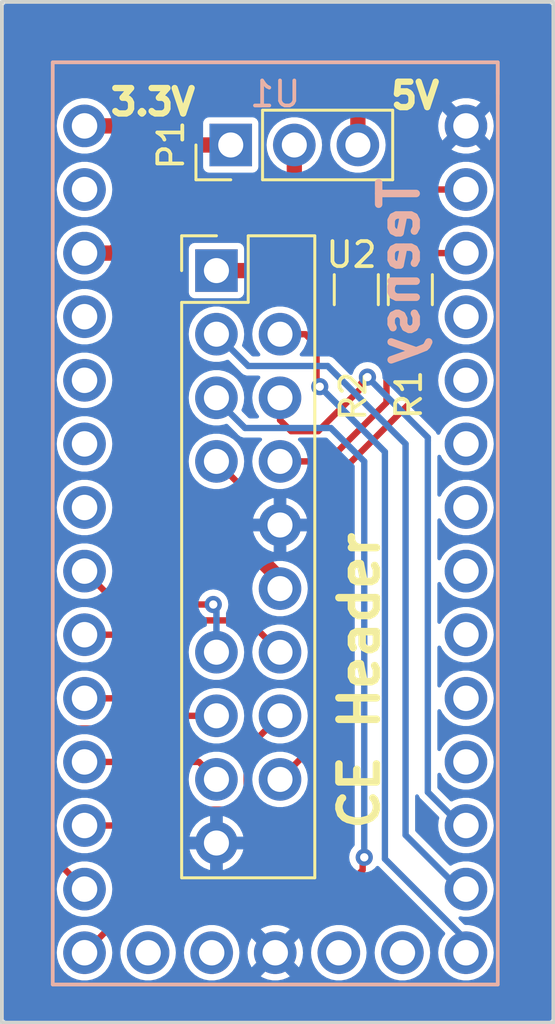
<source format=kicad_pcb>
(kicad_pcb (version 20221018) (generator pcbnew)
  (layers (0 "F.Cu" signal) (31 "B.Cu" signal) (34 "B.Paste" user) (35 "F.Paste" user) (36 "B.SilkS" user "B.Silkscreen") (37 "F.SilkS" user "F.Silkscreen") (38 "B.Mask" user) (39 "F.Mask" user) (44 "Edge.Cuts" user))
  (net 0 "")
  (net 1 "/3.3V")
  (net 2 "Net-(P1-Pad2)")
  (net 3 "/5V")
  (net 4 "/DEVICE_RX")
  (net 5 "/TEENSY_TX")
  (net 6 "/TEENSY_RX")
  (net 7 "/DEVICE_TX")
  (net 8 "Net-(U1-Pad2)")
  (net 9 "Net-(U1-Pad3)")
  (net 10 "Net-(U1-Pad4)")
  (net 11 "Net-(U1-Pad5)")
  (net 12 "Net-(U1-Pad6)")
  (net 13 "Net-(U1-Pad7)")
  (net 14 "Net-(U1-Pad8)")
  (net 15 "Net-(U1-Pad9)")
  (net 16 "/SPI_CS")
  (net 17 "/SPI_MOSI")
  (net 18 "/SPI_MISO")
  (net 19 "/SPI_CLK")
  (net 20 "/AIO0")
  (net 21 "/AIO1")
  (net 22 "/AIO2")
  (net 23 "/AIO3")
  (net 24 "/I2C_SDAT")
  (net 25 "/I2C_SCLK")
  (net 26 "Net-(U1-Pad20)")
  (net 27 "Net-(U1-Pad21)")
  (net 28 "Net-(U1-Pad22)")
  (net 29 "Net-(U1-Pad23)")
  (net 30 "Net-(U1-Pad25)")
  (net 31 "/GND")
  (net 32 "Net-(U1-Pad28)")
  (net 33 "Net-(U1-Pad29)")
  (net 34 "Net-(U1-Pad31)")
  (net 35 "Net-(U1-Pad32)")
  (footprint "Pin_Headers:Pin_Header_Straight_1x03_Pitch2.54mm" (layer "F.Cu") (at 147.5105 94.1705 90)
    (fp_text reference "P1" (at 0 -2.39 90) (layer "F.SilkS"))
    (fp_text value "CONN_01X03")
    (fp_line (start -1.39 -1.39) (end 0 -1.39) (stroke (width 0.12)) (layer "F.SilkS"))
    (fp_line (start -1.39 0) (end -1.39 -1.39) (stroke (width 0.12)) (layer "F.SilkS"))
    (fp_line (start -1.39 1.27) (end -1.39 6.47) (stroke (width 0.12)) (layer "F.SilkS"))
    (fp_line (start -1.39 6.47) (end 1.39 6.47) (stroke (width 0.12)) (layer "F.SilkS"))
    (fp_line (start 1.39 1.27) (end -1.39 1.27) (stroke (width 0.12)) (layer "F.SilkS"))
    (fp_line (start 1.39 6.47) (end 1.39 1.27) (stroke (width 0.12)) (layer "F.SilkS"))
    (pad "1" thru_hole rect (at 0 0 90) (size 1.7 1.7) (drill 1) (layers "*.Cu" "*.Mask") (net 1 "/3.3V"))
    (pad "2" thru_hole oval (at 0 2.54 90) (size 1.7 1.7) (drill 1) (layers "*.Cu" "*.Mask") (net 2 "Net-(P1-Pad2)"))
    (pad "3" thru_hole oval (at 0 5.08 90) (size 1.7 1.7) (drill 1) (layers "*.Cu" "*.Mask") (net 3 "/5V"))
  )
  (footprint "Resistors_SMD:R_0805_HandSoldering" (layer "F.Cu") (at 154.686 99.949 90)
    (fp_text reference "R1" (at -4.191 -0.0635 90) (layer "F.SilkS"))
    (fp_text value "0")
    (fp_line (start -0.6 -0.88) (end 0.6 -0.88) (stroke (width 0.12)) (layer "F.SilkS"))
    (fp_line (start 0.6 0.88) (end -0.6 0.88) (stroke (width 0.12)) (layer "F.SilkS"))
    (pad "1" smd rect (at -1.35 0 90) (size 1.5 1.3) (layers "F.Cu" "F.Paste" "F.Mask") (net 4 "/DEVICE_RX"))
    (pad "2" smd rect (at 1.35 0 90) (size 1.5 1.3) (layers "F.Cu" "F.Paste" "F.Mask") (net 5 "/TEENSY_TX"))
  )
  (footprint "Resistors_SMD:R_0805_HandSoldering" (layer "F.Cu") (at 152.527 99.949 -90)
    (fp_text reference "R2" (at 4.2545 0.127 270) (layer "F.SilkS"))
    (fp_text value "0")
    (fp_line (start -0.6 -0.88) (end 0.6 -0.88) (stroke (width 0.12)) (layer "F.SilkS"))
    (fp_line (start 0.6 0.88) (end -0.6 0.88) (stroke (width 0.12)) (layer "F.SilkS"))
    (pad "1" smd rect (at -1.35 0 270) (size 1.5 1.3) (layers "F.Cu" "F.Paste" "F.Mask") (net 6 "/TEENSY_RX"))
    (pad "2" smd rect (at 1.35 0 270) (size 1.5 1.3) (layers "F.Cu" "F.Paste" "F.Mask") (net 7 "/DEVICE_TX"))
  )
  (footprint "TeensyConverter:CE_Header" (layer "F.Cu") (at 146.939 99.187)
    (fp_text reference "U2" (at 5.3975 -0.635) (layer "F.SilkS"))
    (fp_text value "CE_HEADER")
    (fp_line (start -1.39 -1.39) (end 0 -1.39) (stroke (width 0.12)) (layer "F.SilkS"))
    (fp_line (start -1.39 0) (end -1.39 -1.39) (stroke (width 0.12)) (layer "F.SilkS"))
    (fp_line (start -1.39 1.27) (end -1.39 24.25) (stroke (width 0.12)) (layer "F.SilkS"))
    (fp_line (start -1.39 24.25) (end 3.93 24.25) (stroke (width 0.12)) (layer "F.SilkS"))
    (fp_line (start 1.27 -1.39) (end 1.27 1.27) (stroke (width 0.12)) (layer "F.SilkS"))
    (fp_line (start 1.27 1.27) (end -1.39 1.27) (stroke (width 0.12)) (layer "F.SilkS"))
    (fp_line (start 3.93 -1.39) (end 1.27 -1.39) (stroke (width 0.12)) (layer "F.SilkS"))
    (fp_line (start 3.93 24.25) (end 3.93 -1.39) (stroke (width 0.12)) (layer "F.SilkS"))
    (pad "1" thru_hole rect (at 0 0) (size 1.7 1.7) (drill 1) (layers "*.Cu" "*.Mask") (net 2 "Net-(P1-Pad2)"))
    (pad "3" thru_hole oval (at 0 2.54) (size 1.7 1.7) (drill 1) (layers "*.Cu" "*.Mask") (net 17 "/SPI_MOSI"))
    (pad "4" thru_hole oval (at 2.54 2.54) (size 1.7 1.7) (drill 1) (layers "*.Cu" "*.Mask") (net 18 "/SPI_MISO"))
    (pad "5" thru_hole oval (at 0 5.08) (size 1.7 1.7) (drill 1) (layers "*.Cu" "*.Mask") (net 19 "/SPI_CLK"))
    (pad "6" thru_hole oval (at 2.54 5.08) (size 1.7 1.7) (drill 1) (layers "*.Cu" "*.Mask") (net 16 "/SPI_CS"))
    (pad "7" thru_hole oval (at 0 7.62) (size 1.7 1.7) (drill 1) (layers "*.Cu" "*.Mask") (net 4 "/DEVICE_RX"))
    (pad "8" thru_hole oval (at 2.54 7.62) (size 1.7 1.7) (drill 1) (layers "*.Cu" "*.Mask") (net 7 "/DEVICE_TX"))
    (pad "10" thru_hole oval (at 2.54 10.16) (size 1.7 1.7) (drill 1) (layers "*.Cu" "*.Mask") (net 31 "/GND"))
    (pad "12" thru_hole oval (at 2.54 12.7) (size 1.7 1.7) (drill 1) (layers "*.Cu" "*.Mask") (net 1 "/3.3V"))
    (pad "13" thru_hole oval (at 0 15.24) (size 1.7 1.7) (drill 1) (layers "*.Cu" "*.Mask") (net 25 "/I2C_SCLK"))
    (pad "14" thru_hole oval (at 2.54 15.24) (size 1.7 1.7) (drill 1) (layers "*.Cu" "*.Mask") (net 24 "/I2C_SDAT"))
    (pad "15" thru_hole oval (at 0 17.78) (size 1.7 1.7) (drill 1) (layers "*.Cu" "*.Mask") (net 20 "/AIO0"))
    (pad "16" thru_hole oval (at 2.54 17.78) (size 1.7 1.7) (drill 1) (layers "*.Cu" "*.Mask") (net 21 "/AIO1"))
    (pad "17" thru_hole oval (at 0 20.32) (size 1.7 1.7) (drill 1) (layers "*.Cu" "*.Mask") (net 22 "/AIO2"))
    (pad "18" thru_hole oval (at 2.54 20.32) (size 1.7 1.7) (drill 1) (layers "*.Cu" "*.Mask") (net 23 "/AIO3"))
    (pad "19" thru_hole oval (at 0 22.86) (size 1.7 1.7) (drill 1) (layers "*.Cu" "*.Mask") (net 31 "/GND"))
  )
  (footprint "TeensyConverter:Teensy-32" (layer "B.Cu") (at 149.2885 108.6485 180)
    (fp_text reference "U1" (at 0 16.51 180) (layer "B.SilkS") (effects (justify mirror)))
    (fp_text value "Teensy-3.2")
    (fp_line (start -8.89 -19.05) (end 8.89 -19.05) (stroke (width 0.15)) (layer "B.SilkS"))
    (fp_line (start -8.89 17.78) (end -8.89 -19.05) (stroke (width 0.15)) (layer "B.SilkS"))
    (fp_line (start -8.89 17.78) (end -8.89 16.51) (stroke (width 0.15)) (layer "B.SilkS"))
    (fp_line (start 8.89 -19.05) (end 8.89 17.78) (stroke (width 0.15)) (layer "B.SilkS"))
    (fp_line (start 8.89 17.78) (end -8.89 17.78) (stroke (width 0.15)) (layer "B.SilkS"))
    (pad "0" thru_hole circle (at -7.62 12.7 180) (size 1.7018 1.7018) (drill 1.016) (layers "*.Cu" "*.Mask") (net 6 "/TEENSY_RX"))
    (pad "1" thru_hole circle (at -7.62 10.16 180) (size 1.7018 1.7018) (drill 1.016) (layers "*.Cu" "*.Mask") (net 5 "/TEENSY_TX"))
    (pad "2" thru_hole circle (at -7.62 7.62 180) (size 1.7018 1.7018) (drill 1.016) (layers "*.Cu" "*.Mask") (net 8 "Net-(U1-Pad2)"))
    (pad "3" thru_hole circle (at -7.62 5.08 180) (size 1.7018 1.7018) (drill 1.016) (layers "*.Cu" "*.Mask") (net 9 "Net-(U1-Pad3)"))
    (pad "4" thru_hole circle (at -7.62 2.54 180) (size 1.7018 1.7018) (drill 1.016) (layers "*.Cu" "*.Mask") (net 10 "Net-(U1-Pad4)"))
    (pad "5" thru_hole circle (at -7.62 0 180) (size 1.7018 1.7018) (drill 1.016) (layers "*.Cu" "*.Mask") (net 11 "Net-(U1-Pad5)"))
    (pad "6" thru_hole circle (at -7.62 -2.54 180) (size 1.7018 1.7018) (drill 1.016) (layers "*.Cu" "*.Mask") (net 12 "Net-(U1-Pad6)"))
    (pad "7" thru_hole circle (at -7.62 -5.08 180) (size 1.7018 1.7018) (drill 1.016) (layers "*.Cu" "*.Mask") (net 13 "Net-(U1-Pad7)"))
    (pad "8" thru_hole circle (at -7.62 -7.62 180) (size 1.7018 1.7018) (drill 1.016) (layers "*.Cu" "*.Mask") (net 14 "Net-(U1-Pad8)"))
    (pad "9" thru_hole circle (at -7.62 -10.16 180) (size 1.7018 1.7018) (drill 1.016) (layers "*.Cu" "*.Mask") (net 15 "Net-(U1-Pad9)"))
    (pad "10" thru_hole circle (at -7.62 -12.7 180) (size 1.7018 1.7018) (drill 1.016) (layers "*.Cu" "*.Mask") (net 16 "/SPI_CS"))
    (pad "11" thru_hole circle (at -7.62 -15.24 180) (size 1.7018 1.7018) (drill 1.016) (layers "*.Cu" "*.Mask") (net 17 "/SPI_MOSI"))
    (pad "12" thru_hole circle (at -7.62 -17.78 180) (size 1.7018 1.7018) (drill 1.016) (layers "*.Cu" "*.Mask") (net 18 "/SPI_MISO"))
    (pad "13" thru_hole circle (at 7.62 -17.78 180) (size 1.7018 1.7018) (drill 1.016) (layers "*.Cu" "*.Mask") (net 19 "/SPI_CLK"))
    (pad "14" thru_hole circle (at 7.62 -15.24 180) (size 1.7018 1.7018) (drill 1.016) (layers "*.Cu" "*.Mask") (net 20 "/AIO0"))
    (pad "15" thru_hole circle (at 7.62 -12.7 180) (size 1.7018 1.7018) (drill 1.016) (layers "*.Cu" "*.Mask") (net 21 "/AIO1"))
    (pad "16" thru_hole circle (at 7.62 -10.16 180) (size 1.7018 1.7018) (drill 1.016) (layers "*.Cu" "*.Mask") (net 22 "/AIO2"))
    (pad "17" thru_hole circle (at 7.62 -7.62 180) (size 1.7018 1.7018) (drill 1.016) (layers "*.Cu" "*.Mask") (net 23 "/AIO3"))
    (pad "18" thru_hole circle (at 7.62 -5.08 180) (size 1.7018 1.7018) (drill 1.016) (layers "*.Cu" "*.Mask") (net 24 "/I2C_SDAT"))
    (pad "19" thru_hole circle (at 7.62 -2.54 180) (size 1.7018 1.7018) (drill 1.016) (layers "*.Cu" "*.Mask") (net 25 "/I2C_SCLK"))
    (pad "20" thru_hole circle (at 7.62 0 180) (size 1.7018 1.7018) (drill 1.016) (layers "*.Cu" "*.Mask") (net 26 "Net-(U1-Pad20)"))
    (pad "21" thru_hole circle (at 7.62 2.54 180) (size 1.7018 1.7018) (drill 1.016) (layers "*.Cu" "*.Mask") (net 27 "Net-(U1-Pad21)"))
    (pad "22" thru_hole circle (at 7.62 5.08 180) (size 1.7018 1.7018) (drill 1.016) (layers "*.Cu" "*.Mask") (net 28 "Net-(U1-Pad22)"))
    (pad "23" thru_hole circle (at 7.62 7.62 180) (size 1.7018 1.7018) (drill 1.016) (layers "*.Cu" "*.Mask") (net 29 "Net-(U1-Pad23)"))
    (pad "24" thru_hole circle (at 7.62 10.16 180) (size 1.7018 1.7018) (drill 1.016) (layers "*.Cu" "*.Mask") (net 1 "/3.3V"))
    (pad "25" thru_hole circle (at 7.62 12.7 180) (size 1.7018 1.7018) (drill 1.016) (layers "*.Cu" "*.Mask") (net 30 "Net-(U1-Pad25)"))
    (pad "26" thru_hole circle (at 7.62 15.24 180) (size 1.7018 1.7018) (drill 1.016) (layers "*.Cu" "*.Mask") (net 3 "/5V"))
    (pad "27" thru_hole circle (at -7.62 15.24 180) (size 1.7018 1.7018) (drill 1.016) (layers "*.Cu" "*.Mask") (net 31 "/GND"))
    (pad "28" thru_hole circle (at -5.08 -17.78 180) (size 1.7018 1.7018) (drill 1.016) (layers "*.Cu" "*.Mask") (net 32 "Net-(U1-Pad28)"))
    (pad "29" thru_hole circle (at -2.54 -17.78 180) (size 1.7018 1.7018) (drill 1.016) (layers "*.Cu" "*.Mask") (net 33 "Net-(U1-Pad29)"))
    (pad "30" thru_hole circle (at 0 -17.78 180) (size 1.7018 1.7018) (drill 1.016) (layers "*.Cu" "*.Mask") (net 31 "/GND"))
    (pad "31" thru_hole circle (at 2.54 -17.78 180) (size 1.7018 1.7018) (drill 1.016) (layers "*.Cu" "*.Mask") (net 34 "Net-(U1-Pad31)"))
    (pad "32" thru_hole circle (at 5.08 -17.78 180) (size 1.7018 1.7018) (drill 1.016) (layers "*.Cu" "*.Mask") (net 35 "Net-(U1-Pad32)"))
  )
  (gr_line (start 138.3665 89.154) (end 138.3665 129.2225) (stroke (width 0.15)) (layer "Edge.Cuts"))
  (gr_line (start 160.401 88.4555) (end 138.3665 88.4555) (stroke (width 0.15)) (layer "Edge.Cuts"))
  (gr_line (start 138.3665 129.2225) (end 160.401 129.2225) (stroke (width 0.15)) (layer "Edge.Cuts"))
  (gr_line (start 160.401 129.2225) (end 160.401 88.4555) (stroke (width 0.15)) (layer "Edge.Cuts"))
  (gr_line (start 138.3665 88.4555) (end 138.3665 89.4715) (stroke (width 0.15)) (layer "Edge.Cuts"))
  (gr_text "Teensy" (at 154.2415 99.2505 90) (layer "B.SilkS") (effects (font (size 1.5 1.5) (thickness 0.3)) (justify mirror)))
  (gr_text "3.3V" (at 144.399 92.456) (layer "F.SilkS") (effects (font (size 1.016 1.016) (thickness 0.254))))
  (gr_text "5V" (at 154.8765 92.202) (layer "F.SilkS") (effects (font (size 1.016 1.016) (thickness 0.254))))
  (gr_text "CE Header" (at 152.654 115.57 90) (layer "F.SilkS") (effects (font (size 1.5 1.5) (thickness 0.3))))
  (segment (start 145.3515 94.1705) (end 143.51 96.012) (width 0.6096) (layer "F.Cu") (net 1))
  (segment (start 143.51 96.012) (end 143.51 97.79) (width 0.6096) (layer "F.Cu") (net 1))
  (segment (start 143.51 97.79) (end 142.8115 98.4885) (width 0.6096) (layer "F.Cu") (net 1))
  (segment (start 142.8115 98.4885) (end 141.6685 98.4885) (width 0.6096) (layer "F.Cu") (net 1))
  (segment (start 149.479 111.506) (end 146.812 108.839) (width 0.6096) (layer "F.Cu") (net 1))
  (segment (start 146.812 108.839) (end 145.669 108.839) (width 0.6096) (layer "F.Cu") (net 1))
  (segment (start 145.669 108.839) (end 143.51 106.68) (width 0.6096) (layer "F.Cu") (net 1))
  (segment (start 143.51 106.68) (end 143.51 97.79) (width 0.6096) (layer "F.Cu") (net 1))
  (segment (start 149.479 111.887) (end 149.479 111.506) (width 0.6096) (layer "F.Cu") (net 1))
  (segment (start 147.5105 94.1705) (end 145.3515 94.1705) (width 0.6096) (layer "F.Cu") (net 1))
  (segment (start 150.0505 97.4725) (end 148.336 99.187) (width 0.6096) (layer "F.Cu") (net 2))
  (segment (start 148.336 99.187) (end 146.939 99.187) (width 0.6096) (layer "F.Cu") (net 2))
  (segment (start 150.0505 94.1705) (end 150.0505 97.4725) (width 0.6096) (layer "F.Cu") (net 2))
  (segment (start 143.129 93.4085) (end 144.3355 92.202) (width 0.6096) (layer "F.Cu") (net 3))
  (segment (start 144.3355 92.202) (end 151.8285 92.202) (width 0.6096) (layer "F.Cu") (net 3))
  (segment (start 151.8285 92.202) (end 152.5905 92.964) (width 0.6096) (layer "F.Cu") (net 3))
  (segment (start 152.5905 92.964) (end 152.5905 94.1705) (width 0.6096) (layer "F.Cu") (net 3))
  (segment (start 141.6685 93.4085) (end 143.129 93.4085) (width 0.6096) (layer "F.Cu") (net 3))
  (segment (start 154.686 104.4575) (end 151.003 108.1405) (width 0.254) (layer "F.Cu") (net 4))
  (segment (start 151.003 108.1405) (end 148.2725 108.1405) (width 0.254) (layer "F.Cu") (net 4))
  (segment (start 148.2725 108.1405) (end 146.939 106.807) (width 0.254) (layer "F.Cu") (net 4))
  (segment (start 154.686 101.299) (end 154.686 104.4575) (width 0.254) (layer "F.Cu") (net 4))
  (segment (start 154.7965 98.4885) (end 154.686 98.599) (width 0.254) (layer "F.Cu") (net 5))
  (segment (start 156.9085 98.4885) (end 154.7965 98.4885) (width 0.254) (layer "F.Cu") (net 5))
  (segment (start 156.9085 98.4885) (end 156.1465 98.4885) (width 0.254) (layer "F.Cu") (net 5))
  (segment (start 153.797 95.9485) (end 152.527 97.2185) (width 0.254) (layer "F.Cu") (net 6))
  (segment (start 152.527 97.2185) (end 152.527 98.599) (width 0.254) (layer "F.Cu") (net 6))
  (segment (start 156.9085 95.9485) (end 153.797 95.9485) (width 0.254) (layer "F.Cu") (net 6))
  (segment (start 150.114 106.807) (end 149.479 106.807) (width 0.254) (layer "F.Cu") (net 7))
  (segment (start 152.527 101.7905) (end 153.7335 102.997) (width 0.254) (layer "F.Cu") (net 7))
  (segment (start 153.7335 102.997) (end 153.7335 104.4575) (width 0.254) (layer "F.Cu") (net 7))
  (segment (start 153.7335 104.4575) (end 151.384 106.807) (width 0.254) (layer "F.Cu") (net 7))
  (segment (start 151.384 106.807) (end 149.479 106.807) (width 0.254) (layer "F.Cu") (net 7))
  (segment (start 152.527 101.299) (end 152.527 101.7905) (width 0.254) (layer "F.Cu") (net 7))
  (segment (start 152.9715 103.4415) (end 152.7175 103.6955) (width 0.254) (layer "F.Cu") (net 16))
  (segment (start 152.7175 103.6955) (end 152.7175 103.886) (width 0.254) (layer "F.Cu") (net 16))
  (segment (start 152.7175 103.886) (end 151.003 105.6005) (width 0.254) (layer "F.Cu") (net 16))
  (segment (start 151.003 105.6005) (end 149.9235 105.6005) (width 0.254) (layer "F.Cu") (net 16))
  (segment (start 149.9235 105.6005) (end 149.479 105.156) (width 0.254) (layer "F.Cu") (net 16))
  (segment (start 149.479 105.156) (end 149.479 104.267) (width 0.254) (layer "F.Cu") (net 16))
  (segment (start 156.9085 121.3485) (end 156.845 121.3485) (width 0.254) (layer "F.Cu") (net 16))
  (via (at 152.9715 103.4415) (size 0.6858) (drill 0.3302) (layers "F.Cu" "B.Cu") (net 16))
  (segment (start 156.718 121.3485) (end 155.3845 120.015) (width 0.254) (layer "B.Cu") (net 16))
  (segment (start 155.3845 105.8545) (end 152.9715 103.4415) (width 0.254) (layer "B.Cu") (net 16))
  (segment (start 155.3845 105.9815) (end 155.3845 105.8545) (width 0.254) (layer "B.Cu") (net 16))
  (segment (start 156.9085 121.3485) (end 156.718 121.3485) (width 0.254) (layer "B.Cu") (net 16))
  (segment (start 155.3845 120.015) (end 155.3845 105.9815) (width 0.254) (layer "B.Cu") (net 16))
  (segment (start 156.9085 123.8885) (end 156.7815 123.8885) (width 0.254) (layer "F.Cu") (net 17))
  (segment (start 156.6545 123.8885) (end 154.4955 121.7295) (width 0.254) (layer "B.Cu") (net 17))
  (segment (start 154.4955 121.7295) (end 154.4955 106.1085) (width 0.254) (layer "B.Cu") (net 17))
  (segment (start 154.4955 106.1085) (end 151.384 102.997) (width 0.254) (layer "B.Cu") (net 17))
  (segment (start 151.384 102.997) (end 148.209 102.997) (width 0.254) (layer "B.Cu") (net 17))
  (segment (start 148.209 102.997) (end 146.939 101.727) (width 0.254) (layer "B.Cu") (net 17))
  (segment (start 156.9085 123.8885) (end 156.6545 123.8885) (width 0.254) (layer "B.Cu") (net 17))
  (segment (start 151.0665 103.8225) (end 150.9395 103.6955) (width 0.254) (layer "F.Cu") (net 18))
  (segment (start 150.9395 103.6955) (end 150.9395 102.1715) (width 0.254) (layer "F.Cu") (net 18))
  (segment (start 150.9395 102.1715) (end 150.495 101.727) (width 0.254) (layer "F.Cu") (net 18))
  (segment (start 150.495 101.727) (end 149.479 101.727) (width 0.254) (layer "F.Cu") (net 18))
  (via (at 151.0665 103.8225) (size 0.6858) (drill 0.3302) (layers "F.Cu" "B.Cu") (net 18))
  (segment (start 156.9085 125.9205) (end 153.67 122.682) (width 0.254) (layer "B.Cu") (net 18))
  (segment (start 153.67 122.682) (end 153.67 106.4895) (width 0.254) (layer "B.Cu") (net 18))
  (segment (start 153.67 106.426) (end 151.0665 103.8225) (width 0.254) (layer "B.Cu") (net 18))
  (segment (start 153.67 106.4895) (end 153.67 106.426) (width 0.254) (layer "B.Cu") (net 18))
  (segment (start 156.9085 126.4285) (end 156.9085 125.9205) (width 0.254) (layer "B.Cu") (net 18))
  (segment (start 152.8445 122.6185) (end 152.781 122.682) (width 0.254) (layer "F.Cu") (net 19))
  (segment (start 152.781 122.682) (end 152.781 123.1265) (width 0.254) (layer "F.Cu") (net 19))
  (segment (start 152.781 123.1265) (end 151.003 124.9045) (width 0.254) (layer "F.Cu") (net 19))
  (segment (start 151.003 124.9045) (end 143.1925 124.9045) (width 0.254) (layer "F.Cu") (net 19))
  (segment (start 143.1925 124.9045) (end 141.6685 126.4285) (width 0.254) (layer "F.Cu") (net 19))
  (via (at 152.8445 122.6185) (size 0.6858) (drill 0.3302) (layers "F.Cu" "B.Cu") (net 19))
  (segment (start 146.939 104.3305) (end 148.082 105.4735) (width 0.254) (layer "B.Cu") (net 19))
  (segment (start 148.082 105.4735) (end 151.511 105.4735) (width 0.254) (layer "B.Cu") (net 19))
  (segment (start 151.511 105.4735) (end 152.8445 106.807) (width 0.254) (layer "B.Cu") (net 19))
  (segment (start 152.8445 106.807) (end 152.8445 122.6185) (width 0.254) (layer "B.Cu") (net 19))
  (segment (start 146.939 104.267) (end 146.939 104.3305) (width 0.254) (layer "B.Cu") (net 19))
  (segment (start 142.9385 116.967) (end 142.4305 117.475) (width 0.254) (layer "F.Cu") (net 20))
  (segment (start 142.4305 117.475) (end 140.97 117.475) (width 0.254) (layer "F.Cu") (net 20))
  (segment (start 140.97 117.475) (end 140.081 118.364) (width 0.254) (layer "F.Cu") (net 20))
  (segment (start 140.081 118.364) (end 140.081 122.301) (width 0.254) (layer "F.Cu") (net 20))
  (segment (start 140.081 122.301) (end 141.6685 123.8885) (width 0.254) (layer "F.Cu") (net 20))
  (segment (start 146.939 116.967) (end 142.9385 116.967) (width 0.254) (layer "F.Cu") (net 20))
  (segment (start 145.288 121.3485) (end 145.923 120.7135) (width 0.254) (layer "F.Cu") (net 21))
  (segment (start 145.923 120.7135) (end 147.701 120.7135) (width 0.254) (layer "F.Cu") (net 21))
  (segment (start 147.701 120.7135) (end 148.1455 120.269) (width 0.254) (layer "F.Cu") (net 21))
  (segment (start 148.1455 120.269) (end 148.1455 118.3005) (width 0.254) (layer "F.Cu") (net 21))
  (segment (start 148.1455 118.3005) (end 149.479 116.967) (width 0.254) (layer "F.Cu") (net 21))
  (segment (start 141.6685 121.3485) (end 145.288 121.3485) (width 0.254) (layer "F.Cu") (net 21))
  (segment (start 146.2405 118.8085) (end 146.939 119.507) (width 0.254) (layer "F.Cu") (net 22))
  (segment (start 141.6685 118.8085) (end 146.2405 118.8085) (width 0.254) (layer "F.Cu") (net 22))
  (segment (start 145.542 116.2685) (end 146.1135 115.697) (width 0.254) (layer "F.Cu") (net 23))
  (segment (start 146.1135 115.697) (end 148.7805 115.697) (width 0.254) (layer "F.Cu") (net 23))
  (segment (start 148.7805 115.697) (end 148.7805 115.697) (width 0.254) (layer "F.Cu") (net 23))
  (segment (start 148.7805 115.697) (end 150.241 115.697) (width 0.254) (layer "F.Cu") (net 23))
  (segment (start 150.241 115.697) (end 150.876 116.332) (width 0.254) (layer "F.Cu") (net 23))
  (segment (start 150.876 116.332) (end 150.876 118.11) (width 0.254) (layer "F.Cu") (net 23))
  (segment (start 150.876 118.11) (end 149.479 119.507) (width 0.254) (layer "F.Cu") (net 23))
  (segment (start 141.6685 116.2685) (end 145.542 116.2685) (width 0.254) (layer "F.Cu") (net 23))
  (segment (start 145.0975 113.7285) (end 145.669 113.157) (width 0.254) (layer "F.Cu") (net 24))
  (segment (start 145.669 113.157) (end 148.209 113.157) (width 0.254) (layer "F.Cu") (net 24))
  (segment (start 148.209 113.157) (end 149.479 114.427) (width 0.254) (layer "F.Cu") (net 24))
  (segment (start 141.6685 113.7285) (end 145.0975 113.7285) (width 0.254) (layer "F.Cu") (net 24))
  (segment (start 143.51 113.03) (end 145.034 113.03) (width 0.254) (layer "F.Cu") (net 25))
  (segment (start 145.034 113.03) (end 145.542 112.522) (width 0.254) (layer "F.Cu") (net 25))
  (segment (start 145.542 112.522) (end 146.812 112.522) (width 0.254) (layer "F.Cu") (net 25))
  (segment (start 141.6685 111.1885) (end 143.51 113.03) (width 0.254) (layer "F.Cu") (net 25))
  (via (at 146.812 112.522) (size 0.6858) (drill 0.3302) (layers "F.Cu" "B.Cu") (net 25))
  (segment (start 146.812 112.522) (end 146.939 112.649) (width 0.254) (layer "B.Cu") (net 25))
  (segment (start 146.939 112.649) (end 146.939 114.427) (width 0.254) (layer "B.Cu") (net 25))
  (zone (net 31) (net_name "/GND") (layer "B.Cu") (connect_pads (clearance 0.254)) (min_thickness 0.1524) (fill yes (thermal_gap 0.254) (thermal_bridge_width 0.508))
    (polygon (pts (xy 138.3665 88.646) (xy 138.3665 129.159) (xy 160.401 129.2225) (xy 160.401 88.4555) (xy 138.3665 88.4555)))
  )
)
</source>
